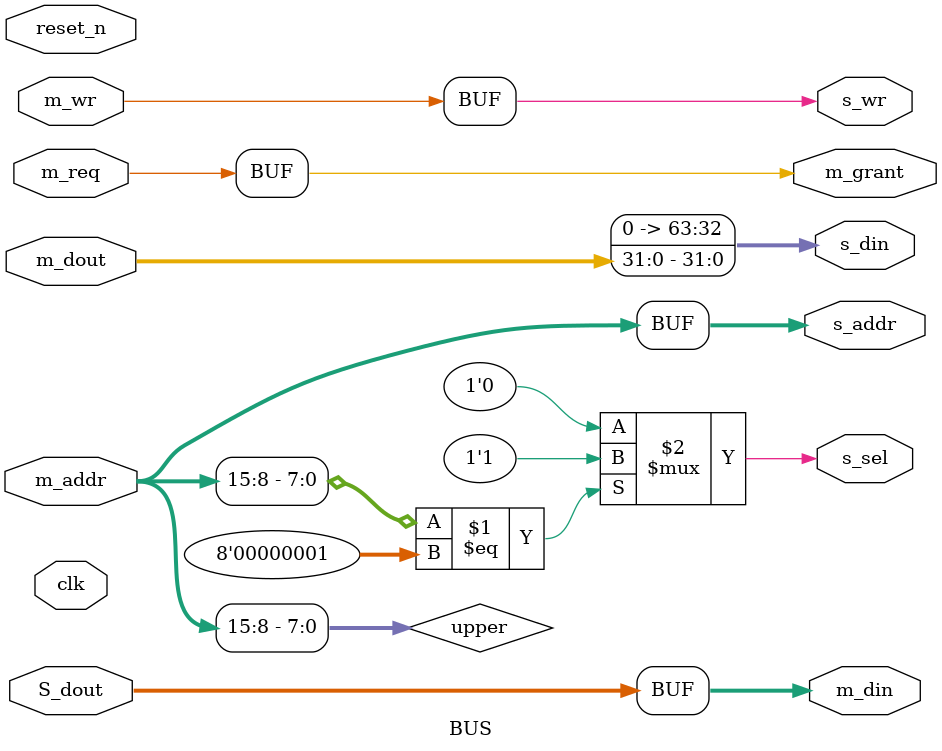
<source format=v>
module BUS(	clk,reset_n,m_req,m_wr,m_addr,m_dout,S_dout,m_grant,m_din,s_sel,s_addr,s_wr,s_din);

	input clk,reset_n;
	input m_req, m_wr;			//master request signal, write signal
	input [15:0]m_addr;			//operation adrress
	input [31:0]m_dout;			//output value
	input [63:0]S_dout;			//slave output value

	output m_grant;				//master grant
	output [63:0]m_din;
	
	output s_sel,s_wr;			//slave select signal , write operation signal
	output [15:0]s_addr;			//slave address
	output [63:0]s_din;			//slave input value
	
	
	
	wire [7:0] upper;

	assign m_grant = m_req;
	assign s_wr = m_wr;
	assign s_addr = m_addr;
	assign s_din = m_dout;
	assign m_din = S_dout;
	assign upper = m_addr[15:8];
	assign s_sel = (upper == 8'h01)? 1'b1 : 1'b0;
	
endmodule

/*
//aribiter
module arbiter(clk, reset_n, m_req, m_grant);
	input clk,reset_n;
	input m_req;				//master request
	
	output reg m_grant;		//master grant
	
	reg next_M_grant;			//next_master grant
	
	always@(posedge clk)
	begin
		m_grant = next_M_grant;
	end
	
	always@(reset_n,m_req)
		begin
		if(reset_n==0)						// initialize --> M0--grant
			begin
				next_M_grant = 1;
			end
		
		else if(reset_n==1)
			begin
				case(m_req)
					1'b 1:begin			//when m_req = 1
								next_M_grant = 1;
							end
					1'b 0:begin			//when m_req = 0
								next_M_grant = 0;
							end
				endcase
			end
		
		end
endmodule

//decoder
module address_decoder(address, s_sel);
	input [7:0]address;
	output reg s_sel;
	
	always@(address)
		begin
			if(address==8'b 0000_0001)			//upper 8bit 
				s_sel = 1;
			else										//the other case---> not select
				s_sel = 0;
		end
endmodule

module mux2_32bits(d0,d1,s,y);						//32bits mux2 
	input [31:0]d0,d1;
	input s;
	output [31:0]y;
  	assign y=(s==0)? d0:d1;								//s=0->d0 / s=1->d1  
endmodule

module mux2_16bits(d0,d1,s,y);							//8bits mux2 
	input [15:0]d0,d1;
	input s;
	output [15:0]y;
	assign y=(s==0)? d0:d1;								//s=0->d0 / s=1->d1
endmodule

module mux2(d0,d1,s,y);									//2bits mux2 
	input d0,d1;
	input s;
	output y;
	assign y=(s==0)? d0:d1;								//s=0->d0 / s=1->d1
endmodule

module _dff2_r(clk,reset_n,d,q);						//resetable d flip-flop
 input clk,reset_n;
 input d;
 output reg q;
 always@(posedge clk or negedge reset_n)			//rising edge clk or flling reset_n
 begin
  if(~reset_n)												//reset when reset_n is falling
   q<=1'b 0;
  else
   q<=d;
 end
endmodule 

*/


</source>
